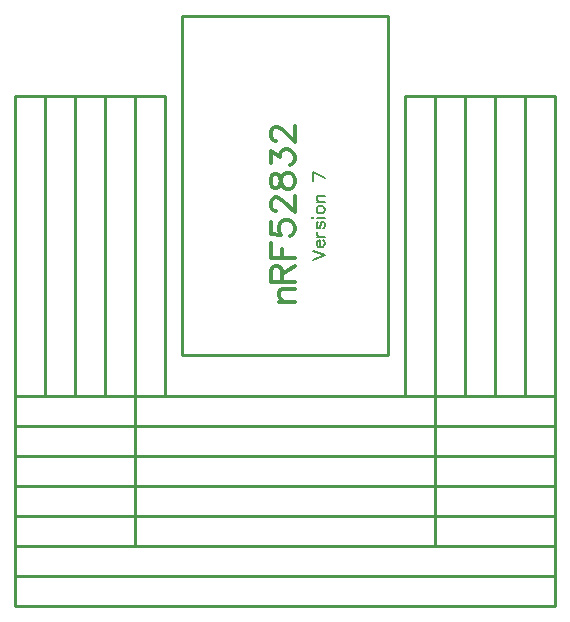
<source format=gbr>
G04 DipTrace 3.1.0.1*
G04 TopSilk.gbr*
%MOIN*%
G04 #@! TF.FileFunction,Legend,Top*
G04 #@! TF.Part,Single*
%ADD10C,0.009843*%
%ADD54C,0.006176*%
%ADD56C,0.012351*%
%FSLAX26Y26*%
G04*
G70*
G90*
G75*
G01*
G04 TopSilk*
%LPD*%
X949232Y2362205D2*
D10*
X1638169D1*
Y1232322D1*
X949232D1*
Y2362205D1*
X793701Y1095669D2*
X893701D1*
X793701Y2095669D2*
Y1095669D1*
Y2095669D2*
X893701D1*
Y2020669D1*
Y1095669D1*
X1793701Y995669D2*
Y1095669D1*
X793701Y995669D2*
X1793701D1*
X793701D2*
Y1095669D1*
X868701D1*
X1793701D1*
Y2095669D2*
X1693701D1*
X1793701Y1095669D2*
Y2095669D1*
Y1095669D2*
X1693701D1*
Y1170669D1*
Y2095669D1*
X1893701D2*
X1793701D1*
X1893701Y1095669D2*
Y2095669D1*
Y1095669D2*
X1793701D1*
Y1170669D1*
Y2095669D1*
X1993701D2*
X1893701D1*
X1993701Y1095669D2*
Y2095669D1*
Y1095669D2*
X1893701D1*
Y1170669D1*
Y2095669D1*
X2093701D2*
X1993701D1*
X2093701Y1095669D2*
Y2095669D1*
Y1095669D2*
X1993701D1*
Y1170669D1*
Y2095669D1*
X2193701D2*
X2093701D1*
X2193701Y1095669D2*
Y2095669D1*
Y1095669D2*
X2093701D1*
Y1170669D1*
Y2095669D1*
X693701Y1095669D2*
X793701D1*
X693701Y2095669D2*
Y1095669D1*
Y2095669D2*
X793701D1*
Y2020669D1*
Y1095669D1*
X593701D2*
X693701D1*
X593701Y2095669D2*
Y1095669D1*
Y2095669D2*
X693701D1*
Y2020669D1*
Y1095669D1*
X493701D2*
X593701D1*
X493701Y2095669D2*
Y1095669D1*
Y2095669D2*
X593701D1*
Y2020669D1*
Y1095669D1*
X393701D2*
X493701D1*
X393701Y2095669D2*
Y1095669D1*
Y2095669D2*
X493701D1*
Y2020669D1*
Y1095669D1*
X1793701Y895669D2*
Y995669D1*
X793701Y895669D2*
X1793701D1*
X793701D2*
Y995669D1*
X868701D1*
X1793701D1*
Y795669D2*
Y895669D1*
X793701Y795669D2*
X1793701D1*
X793701D2*
Y895669D1*
X868701D1*
X1793701D1*
Y695669D2*
Y795669D1*
X793701Y695669D2*
X1793701D1*
X793701D2*
Y795669D1*
X868701D1*
X1793701D1*
Y595669D2*
Y695669D1*
X793701Y595669D2*
X1793701D1*
X793701D2*
Y695669D1*
X868701D1*
X1793701D1*
X2193701Y995669D2*
Y1095669D1*
X1793701Y995669D2*
X2193701D1*
X1793701Y1095669D2*
X2193701D1*
X1793701Y995669D2*
Y1095669D1*
X2193701Y895669D2*
Y995669D1*
X1793701Y895669D2*
X2193701D1*
X1793701Y995669D2*
X2193701D1*
X1793701Y895669D2*
Y995669D1*
X2193701Y795669D2*
Y895669D1*
X1793701Y795669D2*
X2193701D1*
X1793701Y895669D2*
X2193701D1*
X1793701Y795669D2*
Y895669D1*
X2193701Y695669D2*
Y795669D1*
X1793701Y695669D2*
X2193701D1*
X1793701Y795669D2*
X2193701D1*
X1793701Y695669D2*
Y795669D1*
X2193701Y595669D2*
Y695669D1*
X1793701Y595669D2*
X2193701D1*
X1793701Y695669D2*
X2193701D1*
X1793701Y595669D2*
Y695669D1*
X793701Y995669D2*
Y1095669D1*
X393701Y995669D2*
X793701D1*
X393701Y1095669D2*
X793701D1*
X393701Y995669D2*
Y1095669D1*
X793701Y895669D2*
Y995669D1*
X393701Y895669D2*
X793701D1*
X393701Y995669D2*
X793701D1*
X393701Y895669D2*
Y995669D1*
X793701Y795669D2*
Y895669D1*
X393701Y795669D2*
X793701D1*
X393701Y895669D2*
X793701D1*
X393701Y795669D2*
Y895669D1*
X793701Y695669D2*
Y795669D1*
X393701Y695669D2*
X793701D1*
X393701Y795669D2*
X793701D1*
X393701Y695669D2*
Y795669D1*
X793701Y594843D2*
Y694843D1*
X393701Y594843D2*
X793701D1*
X393701Y694843D2*
X793701D1*
X393701Y594843D2*
Y694843D1*
X469301Y595669D2*
X2193701D1*
Y495669D2*
Y595669D1*
X393701Y495669D2*
X2193701D1*
X393701D2*
Y595669D1*
X469301D1*
Y495669D2*
X2193701D1*
Y395669D2*
Y495669D1*
X393701Y395669D2*
X2193701D1*
X393701D2*
Y495669D1*
X469301D1*
X1385888Y1547917D2*
D54*
X1426081Y1563216D1*
X1385889Y1578515D1*
X1410782Y1590866D2*
Y1613814D1*
X1406935D1*
X1403088Y1611913D1*
X1401187Y1610011D1*
X1399286Y1606165D1*
Y1600416D1*
X1401187Y1596614D1*
X1405034Y1592767D1*
X1410782Y1590866D1*
X1414584D1*
X1420332Y1592767D1*
X1424135Y1596614D1*
X1426081Y1600416D1*
Y1606164D1*
X1424135Y1610011D1*
X1420332Y1613814D1*
X1399286Y1626165D2*
X1426081D1*
X1410782D2*
X1405034Y1628111D1*
X1401187Y1631913D1*
X1399286Y1635760D1*
Y1641508D1*
X1405034Y1674906D2*
X1401187Y1673005D1*
X1399286Y1667257D1*
Y1661509D1*
X1401187Y1655761D1*
X1405034Y1653859D1*
X1408836Y1655761D1*
X1410782Y1659607D1*
X1412683Y1669158D1*
X1414584Y1673005D1*
X1418431Y1674906D1*
X1420332D1*
X1424135Y1673005D1*
X1426080Y1667257D1*
Y1661509D1*
X1424135Y1655761D1*
X1420332Y1653859D1*
X1385889Y1687257D2*
X1387790Y1689159D1*
X1385889Y1691104D1*
X1383943Y1689159D1*
X1385889Y1687257D1*
X1399286Y1689159D2*
X1426080D1*
X1399286Y1713006D2*
X1401187Y1709204D1*
X1405034Y1705357D1*
X1410782Y1703456D1*
X1414584D1*
X1420332Y1705357D1*
X1424135Y1709204D1*
X1426080Y1713006D1*
Y1718754D1*
X1424135Y1722601D1*
X1420332Y1726403D1*
X1414584Y1728349D1*
X1410782D1*
X1405034Y1726403D1*
X1401187Y1722601D1*
X1399286Y1718754D1*
Y1713006D1*
Y1740700D2*
X1426080D1*
X1406935D2*
X1401187Y1746448D1*
X1399286Y1750295D1*
Y1755999D1*
X1401187Y1759846D1*
X1406935Y1761747D1*
X1426080D1*
Y1820628D2*
X1385933Y1839774D1*
Y1812979D1*
X1272003Y1408705D2*
D56*
X1325593D1*
X1287302D2*
X1275806Y1420201D1*
X1272003Y1427894D1*
Y1439302D1*
X1275806Y1446995D1*
X1287302Y1450798D1*
X1325593D1*
X1283500Y1475501D2*
Y1509901D1*
X1279609Y1521397D1*
X1275806Y1525288D1*
X1268201Y1529090D1*
X1260507D1*
X1252902Y1525288D1*
X1249011Y1521397D1*
X1245209Y1509901D1*
Y1475501D1*
X1325593D1*
X1283500Y1502295D2*
X1325593Y1529090D1*
X1245209Y1603580D2*
Y1553793D1*
X1325593D1*
X1283499D2*
Y1584390D1*
X1245297Y1674178D2*
Y1635976D1*
X1279697Y1632173D1*
X1275894Y1635976D1*
X1272003Y1647472D1*
Y1658880D1*
X1275894Y1670376D1*
X1283499Y1678069D1*
X1294996Y1681872D1*
X1302601D1*
X1314097Y1678069D1*
X1321790Y1670376D1*
X1325593Y1658880D1*
Y1647472D1*
X1321790Y1635976D1*
X1317899Y1632173D1*
X1310294Y1628282D1*
X1264398Y1710466D2*
X1260596D1*
X1252902Y1714268D1*
X1249100Y1718071D1*
X1245297Y1725764D1*
Y1741063D1*
X1249100Y1748668D1*
X1252902Y1752470D1*
X1260596Y1756361D1*
X1268201D1*
X1275894Y1752470D1*
X1287302Y1744865D1*
X1325593Y1706575D1*
Y1760164D1*
X1245297Y1803968D2*
X1249100Y1792560D1*
X1256705Y1788669D1*
X1264398D1*
X1272003Y1792560D1*
X1275894Y1800165D1*
X1279697Y1815464D1*
X1283499Y1826960D1*
X1291193Y1834565D1*
X1298798Y1838368D1*
X1310294D1*
X1317899Y1834565D1*
X1321790Y1830763D1*
X1325593Y1819266D1*
Y1803968D1*
X1321790Y1792560D1*
X1317899Y1788669D1*
X1310294Y1784867D1*
X1298798D1*
X1291193Y1788669D1*
X1283499Y1796363D1*
X1279697Y1807770D1*
X1275894Y1823069D1*
X1272003Y1830763D1*
X1264398Y1834565D1*
X1256705D1*
X1249100Y1830763D1*
X1245297Y1819266D1*
Y1803968D1*
Y1870764D2*
Y1912769D1*
X1275894Y1889865D1*
Y1901361D1*
X1279697Y1908966D1*
X1283499Y1912769D1*
X1294996Y1916660D1*
X1302601D1*
X1314097Y1912769D1*
X1321790Y1905164D1*
X1325593Y1893668D1*
Y1882172D1*
X1321790Y1870764D1*
X1317899Y1866961D1*
X1310294Y1863070D1*
X1264398Y1945254D2*
X1260596D1*
X1252902Y1949056D1*
X1249100Y1952859D1*
X1245297Y1960552D1*
Y1975851D1*
X1249100Y1983456D1*
X1252902Y1987258D1*
X1260596Y1991149D1*
X1268201D1*
X1275894Y1987258D1*
X1287302Y1979653D1*
X1325593Y1941363D1*
Y1994952D1*
M02*

</source>
